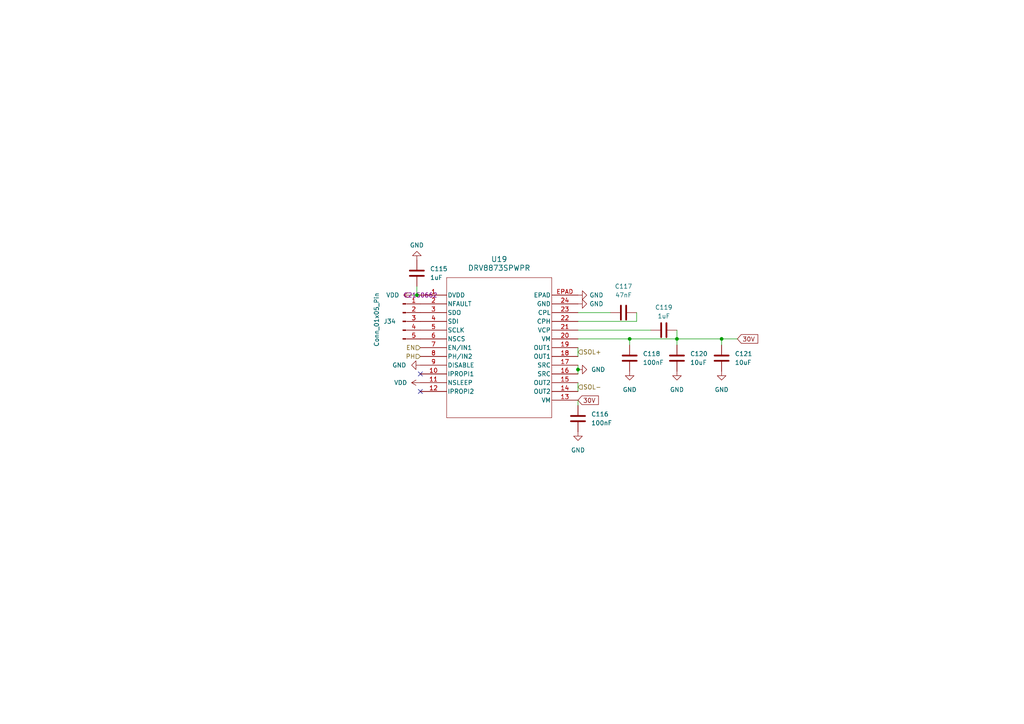
<source format=kicad_sch>
(kicad_sch (version 20250114) (generator "eeschema") (generator_version "9.0")
  (paper "A4")
  (lib_symbols
    (symbol "2025-01-27_00-31-49:DRV8873SPWPR" (pin_names (offset 0.254))
      (property "Reference" "U3" (at 22.86 10.414 0))
      (property "Value" "DRV8873SPWPR" (at 22.86 7.874 0))
      (symbol "DRV8873SPWPR_0_1"
        (polyline (pts (xy 7.62 5.08) (xy 7.62 -35.56)) (stroke (width 0.127)))
        (polyline (pts (xy 7.62 -35.56) (xy 38.1 -35.56)) (stroke (width 0.127)))
        (polyline (pts (xy 38.1 5.08) (xy 7.62 5.08)) (stroke (width 0.127)))
        (polyline (pts (xy 38.1 -35.56) (xy 38.1 5.08)) (stroke (width 0.127)))
        (pin power_in line (at 0 0 0) (length 7.62) (name "DVDD") (number "1"))
        (pin output line (at 0 -2.54 0) (length 7.62) (name "NFAULT") (number "2"))
        (pin output line (at 0 -5.08 0) (length 7.62) (name "SDO") (number "3"))
        (pin input line (at 0 -7.62 0) (length 7.62) (name "SDI") (number "4"))
        (pin input line (at 0 -10.16 0) (length 7.62) (name "SCLK") (number "5"))
        (pin input line (at 0 -12.7 0) (length 7.62) (name "NSCS") (number "6"))
        (pin input line (at 0 -15.24 0) (length 7.62) (name "EN/IN1") (number "7"))
        (pin input line (at 0 -17.78 0) (length 7.62) (name "PH/IN2") (number "8"))
        (pin input line (at 0 -20.32 0) (length 7.62) (name "DISABLE") (number "9"))
        (pin output line (at 0 -22.86 0) (length 7.62) (name "IPROPI1") (number "10"))
        (pin input line (at 0 -25.4 0) (length 7.62) (name "NSLEEP") (number "11"))
        (pin output line (at 0 -27.94 0) (length 7.62) (name "IPROPI2") (number "12"))
        (pin power_in line (at 45.72 -2.54 180) (length 7.62) (name "GND") (number "24"))
        (pin unspecified line (at 45.72 -5.08 180) (length 7.62) (name "CPL") (number "23"))
        (pin unspecified line (at 45.72 -7.62 180) (length 7.62) (name "CPH") (number "22"))
        (pin power_in line (at 45.72 -10.16 180) (length 7.62) (name "VCP") (number "21"))
        (pin power_in line (at 45.72 -12.7 180) (length 7.62) (name "VM") (number "20"))
        (pin output line (at 45.72 -15.24 180) (length 7.62) (name "OUT1") (number "19"))
        (pin output line (at 45.72 -17.78 180) (length 7.62) (name "OUT1") (number "18"))
        (pin output line (at 45.72 -20.32 180) (length 7.62) (name "SRC") (number "17"))
        (pin output line (at 45.72 -22.86 180) (length 7.62) (name "SRC") (number "16"))
        (pin output line (at 45.72 -25.4 180) (length 7.62) (name "OUT2") (number "15"))
        (pin output line (at 45.72 -27.94 180) (length 7.62) (name "OUT2") (number "14"))
        (pin power_in line (at 45.72 -30.48 180) (length 7.62) (name "VM") (number "13"))
      )
      (symbol "DRV8873SPWPR_1_1"
        (pin unspecified line (at 45.72 0 180) (length 7.62) (name "EPAD") (number "EPAD"))
      )
    )
    (symbol "Connector:Conn_01x05_Pin" (pin_names (offset 1.016) (hide yes))
      (property "Reference" "J" (at 0 7.62 0))
      (property "Value" "Conn_01x05_Pin" (at 0 -7.62 0))
      (symbol "Conn_01x05_Pin_1_1"
        (rectangle (start 0.8636 5.207) (end 0 4.953) (stroke (width 0.1524)) (fill (type outline)))
        (rectangle (start 0.8636 2.667) (end 0 2.413) (stroke (width 0.1524)) (fill (type outline)))
        (rectangle (start 0.8636 0.127) (end 0 -0.127) (stroke (width 0.1524)) (fill (type outline)))
        (rectangle (start 0.8636 -2.413) (end 0 -2.667) (stroke (width 0.1524)) (fill (type outline)))
        (rectangle (start 0.8636 -4.953) (end 0 -5.207) (stroke (width 0.1524)) (fill (type outline)))
        (polyline (pts (xy 1.27 5.08) (xy 0.8636 5.08)) (stroke (width 0.1524)))
        (polyline (pts (xy 1.27 2.54) (xy 0.8636 2.54)) (stroke (width 0.1524)))
        (polyline (pts (xy 1.27 0) (xy 0.8636 0)) (stroke (width 0.1524)))
        (polyline (pts (xy 1.27 -2.54) (xy 0.8636 -2.54)) (stroke (width 0.1524)))
        (polyline (pts (xy 1.27 -5.08) (xy 0.8636 -5.08)) (stroke (width 0.1524)))
        (pin passive line (at 5.08 5.08 180) (length 3.81) (name "Pin_1") (number "1"))
        (pin passive line (at 5.08 2.54 180) (length 3.81) (name "Pin_2") (number "2"))
        (pin passive line (at 5.08 0 180) (length 3.81) (name "Pin_3") (number "3"))
        (pin passive line (at 5.08 -2.54 180) (length 3.81) (name "Pin_4") (number "4"))
        (pin passive line (at 5.08 -5.08 180) (length 3.81) (name "Pin_5") (number "5"))
      )
    )
    (symbol "Device:C" (pin_numbers (hide yes)) (pin_names (offset 0.254))
      (property "Reference" "C" (at 0.635 2.54 0))
      (property "Value" "C" (at 0.635 -2.54 0))
      (symbol "C_0_1"
        (polyline (pts (xy -2.032 0.762) (xy 2.032 0.762)) (stroke (width 0.508)))
        (polyline (pts (xy -2.032 -0.762) (xy 2.032 -0.762)) (stroke (width 0.508)))
      )
      (symbol "C_1_1"
        (pin passive line (at 0 3.81 270) (length 2.794) (name "~") (number "1"))
        (pin passive line (at 0 -3.81 90) (length 2.794) (name "~") (number "2"))
      )
    )
    (symbol "power:GND" (power) (pin_names (offset 0))
      (property "Value" "GND" (at 0 -3.81 0))
      (symbol "GND_0_1"
        (polyline (pts (xy 0 0) (xy 0 -1.27) (xy 1.27 -1.27) (xy 0 -2.54) (xy -1.27 -1.27) (xy 0 -1.27)))
      )
      (symbol "GND_1_1"
        (pin power_in line (at 0 0 270) (length 0) (hide yes) (name "GND") (number "1"))
      )
    )
    (symbol "power:VDD" (power) (pin_names (offset 0))
      (property "Value" "VDD" (at 0 3.81 0))
      (symbol "VDD_0_1"
        (polyline (pts (xy -0.762 1.27) (xy 0 2.54)))
        (polyline (pts (xy 0 2.54) (xy 0.762 1.27)))
        (polyline (pts (xy 0 0) (xy 0 2.54)))
      )
      (symbol "VDD_1_1"
        (pin power_in line (at 0 0 90) (length 0) (hide yes) (name "VDD") (number "1"))
      )
    )
  )
  (junction (at 182.626 98.298))
  (junction (at 167.64 107.188))
  (junction (at 196.342 98.298))
  (junction (at 120.904 85.598))
  (junction (at 209.296 98.298))
  (no_connect (at 121.92 108.458))
  (no_connect (at 121.92 113.538))
  (wire (pts (xy 119.634 85.598) (xy 120.904 85.598)))
  (wire (pts (xy 167.64 100.838) (xy 167.64 103.378)))
  (wire (pts (xy 196.342 98.298) (xy 209.296 98.298)))
  (wire (pts (xy 196.342 100.076) (xy 196.342 98.298)))
  (wire (pts (xy 120.904 85.598) (xy 121.92 85.598)))
  (wire (pts (xy 209.296 100.076) (xy 209.296 98.298)))
  (wire (pts (xy 167.64 107.188) (xy 167.64 108.458)))
  (wire (pts (xy 196.342 95.758) (xy 196.342 98.298)))
  (wire (pts (xy 213.868 98.298) (xy 209.296 98.298)))
  (wire (pts (xy 167.64 110.998) (xy 167.64 113.538)))
  (wire (pts (xy 167.64 105.918) (xy 167.64 107.188)))
  (wire (pts (xy 182.626 98.298) (xy 196.342 98.298)))
  (wire (pts (xy 182.626 100.076) (xy 182.626 98.298)))
  (wire (pts (xy 167.64 93.218) (xy 184.658 93.218)))
  (wire (pts (xy 167.64 117.602) (xy 167.64 116.078)))
  (wire (pts (xy 167.64 95.758) (xy 188.722 95.758)))
  (wire (pts (xy 177.038 90.678) (xy 167.64 90.678)))
  (wire (pts (xy 184.658 93.218) (xy 184.658 90.678)))
  (wire (pts (xy 167.64 98.298) (xy 182.626 98.298)))
  (wire (pts (xy 120.904 83.058) (xy 120.904 85.598)))
  (global_label "30V" (shape input) (at 167.64 116.078 0) (property "Intersheetrefs" "${INTERSHEET_REFS}" (effects (hide yes))))
  (global_label "30V" (shape input) (at 213.868 98.298 0) (property "Intersheetrefs" "${INTERSHEET_REFS}" (effects (hide yes))))
  (hierarchical_label "PH" (shape input) (at 121.92 103.378 180))
  (hierarchical_label "EN" (shape input) (at 121.92 100.838 180))
  (hierarchical_label "SOL+" (shape input) (at 167.64 102.108 0))
  (hierarchical_label "SOL-" (shape input) (at 167.64 112.268 0))
  (symbol (lib_id "Connector:Conn_01x05_Pin") (at 116.84 93.218 0) (unit 1)
    (property "Reference" "J3" (at 113.03 93.218 0))
    (property "Value" "Conn_01x05_Pin" (at 109.22 92.71 90))
    (property "Footprint" "Connector_PinHeader_2.54mm:PinHeader_1x05_P2.54mm_Vertical" (effects (hide yes)))
    (instances (project "Lattice Solenoid Driver" (path "" (reference "J34") (unit 1)) (path "" (reference "J17") (unit 1)) (path "" (reference "J13") (unit 1)) (path "" (reference "J18") (unit 1)) (path "" (reference "J10") (unit 1)) (path "" (reference "J15") (unit 1)) (path "" (reference "J19") (unit 1)) (path "" (reference "J11") (unit 1)) (path "" (reference "J7") (unit 1)) (path "" (reference "J12") (unit 1)) (path "" (reference "J3") (unit 1)) (path "" (reference "J16") (unit 1)) (path "" (reference "J8") (unit 1)) (path "" (reference "J6") (unit 1)) (path "" (reference "J14") (unit 1)) (path "" (reference "J9") (unit 1)) (path "" (reference "J4") (unit 1))))
  )
  (symbol (lib_id "power:GND") (at 167.64 85.598 90) (unit 1)
    (property "Reference" "#PWR028" (effects (hide yes)))
    (property "Value" "GND" (at 170.942 85.598 90) (effects (justify right)))
    (instances (project "Lattice Solenoid Driver" (path "" (reference "#PWR0204") (unit 1)) (path "" (reference "#PWR0171") (unit 1)) (path "" (reference "#PWR0127") (unit 1)) (path "" (reference "#PWR0182") (unit 1)) (path "" (reference "#PWR094") (unit 1)) (path "" (reference "#PWR0149") (unit 1)) (path "" (reference "#PWR0193") (unit 1)) (path "" (reference "#PWR0105") (unit 1)) (path "" (reference "#PWR061") (unit 1)) (path "" (reference "#PWR0116") (unit 1)) (path "" (reference "#PWR028") (unit 1)) (path "" (reference "#PWR0160") (unit 1)) (path "" (reference "#PWR072") (unit 1)) (path "" (reference "#PWR050") (unit 1)) (path "" (reference "#PWR0138") (unit 1)) (path "" (reference "#PWR083") (unit 1)) (path "" (reference "#PWR039") (unit 1))))
  )
  (symbol (lib_id "Device:C") (at 196.342 103.886 0) (unit 1)
    (property "Reference" "C8" (at 200.152 102.616 0) (effects (justify left)))
    (property "Value" "10uF" (at 200.152 105.156 0) (effects (justify left)))
    (property "Footprint" "Capacitor_SMD:C_0805_2012Metric" (effects (hide yes)))
    (property "Part #" "GRM21BR61H106KE43L" (effects (hide yes)))
    (instances (project "Lattice Solenoid Driver" (path "" (reference "C120") (unit 1)) (path "" (reference "C99") (unit 1)) (path "" (reference "C71") (unit 1)) (path "" (reference "C106") (unit 1)) (path "" (reference "C50") (unit 1)) (path "" (reference "C85") (unit 1)) (path "" (reference "C113") (unit 1)) (path "" (reference "C57") (unit 1)) (path "" (reference "C29") (unit 1)) (path "" (reference "C64") (unit 1)) (path "" (reference "C8") (unit 1)) (path "" (reference "C92") (unit 1)) (path "" (reference "C36") (unit 1)) (path "" (reference "C22") (unit 1)) (path "" (reference "C78") (unit 1)) (path "" (reference "C43") (unit 1)) (path "" (reference "C15") (unit 1))))
  )
  (symbol (lib_id "Device:C") (at 180.848 90.678 90) (unit 1)
    (property "Reference" "C5" (at 180.848 83.058 90))
    (property "Value" "47nF" (at 180.848 85.598 90))
    (property "Footprint" "Capacitor_SMD:C_0805_2012Metric" (effects (hide yes)))
    (property "Part #" "CL21B473KBCNNNC" (effects (hide yes)))
    (instances (project "Lattice Solenoid Driver" (path "" (reference "C117") (unit 1)) (path "" (reference "C96") (unit 1)) (path "" (reference "C68") (unit 1)) (path "" (reference "C103") (unit 1)) (path "" (reference "C47") (unit 1)) (path "" (reference "C82") (unit 1)) (path "" (reference "C110") (unit 1)) (path "" (reference "C54") (unit 1)) (path "" (reference "C26") (unit 1)) (path "" (reference "C61") (unit 1)) (path "" (reference "C5") (unit 1)) (path "" (reference "C89") (unit 1)) (path "" (reference "C33") (unit 1)) (path "" (reference "C19") (unit 1)) (path "" (reference "C75") (unit 1)) (path "" (reference "C40") (unit 1)) (path "" (reference "C12") (unit 1))))
  )
  (symbol (lib_id "power:VDD") (at 121.92 110.998 90) (unit 1)
    (property "Reference" "#PWR027" (effects (hide yes)))
    (property "Value" "VDD" (at 118.11 110.998 90) (effects (justify left)))
    (instances (project "Lattice Solenoid Driver" (path "" (reference "#PWR0203") (unit 1)) (path "" (reference "#PWR0170") (unit 1)) (path "" (reference "#PWR0126") (unit 1)) (path "" (reference "#PWR0181") (unit 1)) (path "" (reference "#PWR093") (unit 1)) (path "" (reference "#PWR0148") (unit 1)) (path "" (reference "#PWR0192") (unit 1)) (path "" (reference "#PWR0104") (unit 1)) (path "" (reference "#PWR060") (unit 1)) (path "" (reference "#PWR0115") (unit 1)) (path "" (reference "#PWR027") (unit 1)) (path "" (reference "#PWR0159") (unit 1)) (path "" (reference "#PWR071") (unit 1)) (path "" (reference "#PWR049") (unit 1)) (path "" (reference "#PWR0137") (unit 1)) (path "" (reference "#PWR082") (unit 1)) (path "" (reference "#PWR038") (unit 1))))
  )
  (symbol (lib_id "Device:C") (at 192.532 95.758 90) (unit 1)
    (property "Reference" "C7" (at 192.532 89.154 90))
    (property "Value" "1uF" (at 192.532 91.694 90))
    (property "Footprint" "Capacitor_SMD:C_0805_2012Metric" (effects (hide yes)))
    (property "Part #" "CL21B105KBFNNNE" (effects (hide yes)))
    (instances (project "Lattice Solenoid Driver" (path "" (reference "C119") (unit 1)) (path "" (reference "C98") (unit 1)) (path "" (reference "C70") (unit 1)) (path "" (reference "C105") (unit 1)) (path "" (reference "C49") (unit 1)) (path "" (reference "C84") (unit 1)) (path "" (reference "C112") (unit 1)) (path "" (reference "C56") (unit 1)) (path "" (reference "C28") (unit 1)) (path "" (reference "C63") (unit 1)) (path "" (reference "C7") (unit 1)) (path "" (reference "C91") (unit 1)) (path "" (reference "C35") (unit 1)) (path "" (reference "C21") (unit 1)) (path "" (reference "C77") (unit 1)) (path "" (reference "C42") (unit 1)) (path "" (reference "C14") (unit 1))))
  )
  (symbol (lib_id "power:VDD") (at 119.634 85.598 90) (unit 1)
    (property "Reference" "#PWR024" (effects (hide yes)))
    (property "Value" "VDD" (at 115.824 85.598 90) (effects (justify left)))
    (instances (project "Lattice Solenoid Driver" (path "" (reference "#PWR0200") (unit 1)) (path "" (reference "#PWR0167") (unit 1)) (path "" (reference "#PWR0123") (unit 1)) (path "" (reference "#PWR0178") (unit 1)) (path "" (reference "#PWR090") (unit 1)) (path "" (reference "#PWR0145") (unit 1)) (path "" (reference "#PWR0189") (unit 1)) (path "" (reference "#PWR0101") (unit 1)) (path "" (reference "#PWR057") (unit 1)) (path "" (reference "#PWR0112") (unit 1)) (path "" (reference "#PWR024") (unit 1)) (path "" (reference "#PWR0156") (unit 1)) (path "" (reference "#PWR068") (unit 1)) (path "" (reference "#PWR046") (unit 1)) (path "" (reference "#PWR0134") (unit 1)) (path "" (reference "#PWR079") (unit 1)) (path "" (reference "#PWR035") (unit 1))))
  )
  (symbol (lib_id "2025-01-27_00-31-49:DRV8873SPWPR") (at 121.92 85.598 0) (unit 1)
    (property "Reference" "U3" (at 144.78 75.184 0) (effects (font (size 1.524 1.524))))
    (property "Value" "DRV8873SPWPR" (at 144.78 77.724 0) (effects (font (size 1.524 1.524))))
    (property "Footprint" "KiCADv6:PWP24_TEX" (effects (hide yes)))
    (property "Datasheet" "DRV8873SPWPR" (effects (hide yes)))
    (property "Part #" "C2150662" (at 121.92 85.598 0))
    (instances (project "Lattice Solenoid Driver" (path "" (reference "U19") (unit 1)) (path "" (reference "U16") (unit 1)) (path "" (reference "U12") (unit 1)) (path "" (reference "U17") (unit 1)) (path "" (reference "U9") (unit 1)) (path "" (reference "U14") (unit 1)) (path "" (reference "U18") (unit 1)) (path "" (reference "U10") (unit 1)) (path "" (reference "U6") (unit 1)) (path "" (reference "U11") (unit 1)) (path "" (reference "U3") (unit 1)) (path "" (reference "U15") (unit 1)) (path "" (reference "U7") (unit 1)) (path "" (reference "U5") (unit 1)) (path "" (reference "U13") (unit 1)) (path "" (reference "U8") (unit 1)) (path "" (reference "U4") (unit 1))))
  )
  (symbol (lib_id "power:GND") (at 167.64 88.138 90) (unit 1)
    (property "Reference" "#PWR029" (effects (hide yes)))
    (property "Value" "GND" (at 170.942 88.138 90) (effects (justify right)))
    (instances (project "Lattice Solenoid Driver" (path "" (reference "#PWR0205") (unit 1)) (path "" (reference "#PWR0172") (unit 1)) (path "" (reference "#PWR0128") (unit 1)) (path "" (reference "#PWR0183") (unit 1)) (path "" (reference "#PWR095") (unit 1)) (path "" (reference "#PWR0150") (unit 1)) (path "" (reference "#PWR0194") (unit 1)) (path "" (reference "#PWR0106") (unit 1)) (path "" (reference "#PWR062") (unit 1)) (path "" (reference "#PWR0117") (unit 1)) (path "" (reference "#PWR029") (unit 1)) (path "" (reference "#PWR0161") (unit 1)) (path "" (reference "#PWR073") (unit 1)) (path "" (reference "#PWR051") (unit 1)) (path "" (reference "#PWR0139") (unit 1)) (path "" (reference "#PWR084") (unit 1)) (path "" (reference "#PWR040") (unit 1))))
  )
  (symbol (lib_id "power:GND") (at 167.64 125.222 0) (unit 1)
    (property "Reference" "#PWR031" (effects (hide yes)))
    (property "Value" "GND" (at 167.64 130.556 0))
    (instances (project "Lattice Solenoid Driver" (path "" (reference "#PWR0207") (unit 1)) (path "" (reference "#PWR0174") (unit 1)) (path "" (reference "#PWR0130") (unit 1)) (path "" (reference "#PWR0185") (unit 1)) (path "" (reference "#PWR097") (unit 1)) (path "" (reference "#PWR0152") (unit 1)) (path "" (reference "#PWR0196") (unit 1)) (path "" (reference "#PWR0108") (unit 1)) (path "" (reference "#PWR064") (unit 1)) (path "" (reference "#PWR0119") (unit 1)) (path "" (reference "#PWR031") (unit 1)) (path "" (reference "#PWR0163") (unit 1)) (path "" (reference "#PWR075") (unit 1)) (path "" (reference "#PWR053") (unit 1)) (path "" (reference "#PWR0141") (unit 1)) (path "" (reference "#PWR086") (unit 1)) (path "" (reference "#PWR042") (unit 1))))
  )
  (symbol (lib_id "Device:C") (at 120.904 79.248 0) (unit 1)
    (property "Reference" "C3" (at 124.714 77.978 0) (effects (justify left)))
    (property "Value" "1uF" (at 124.714 80.518 0) (effects (justify left)))
    (property "Footprint" "Capacitor_SMD:C_0805_2012Metric" (effects (hide yes)))
    (property "Part #" "CL21B105KBFNNNE" (effects (hide yes)))
    (instances (project "Lattice Solenoid Driver" (path "" (reference "C115") (unit 1)) (path "" (reference "C94") (unit 1)) (path "" (reference "C66") (unit 1)) (path "" (reference "C101") (unit 1)) (path "" (reference "C45") (unit 1)) (path "" (reference "C80") (unit 1)) (path "" (reference "C108") (unit 1)) (path "" (reference "C52") (unit 1)) (path "" (reference "C24") (unit 1)) (path "" (reference "C59") (unit 1)) (path "" (reference "C3") (unit 1)) (path "" (reference "C87") (unit 1)) (path "" (reference "C31") (unit 1)) (path "" (reference "C17") (unit 1)) (path "" (reference "C73") (unit 1)) (path "" (reference "C38") (unit 1)) (path "" (reference "C10") (unit 1))))
  )
  (symbol (lib_id "Device:C") (at 182.626 103.886 0) (unit 1)
    (property "Reference" "C6" (at 186.436 102.616 0) (effects (justify left)))
    (property "Value" "100nF" (at 186.436 105.156 0) (effects (justify left)))
    (property "Footprint" "Capacitor_SMD:C_0805_2012Metric" (effects (hide yes)))
    (property "Part #" "CC0805KRX7R9BB104" (effects (hide yes)))
    (instances (project "Lattice Solenoid Driver" (path "" (reference "C118") (unit 1)) (path "" (reference "C97") (unit 1)) (path "" (reference "C69") (unit 1)) (path "" (reference "C104") (unit 1)) (path "" (reference "C48") (unit 1)) (path "" (reference "C83") (unit 1)) (path "" (reference "C111") (unit 1)) (path "" (reference "C55") (unit 1)) (path "" (reference "C27") (unit 1)) (path "" (reference "C62") (unit 1)) (path "" (reference "C6") (unit 1)) (path "" (reference "C90") (unit 1)) (path "" (reference "C34") (unit 1)) (path "" (reference "C20") (unit 1)) (path "" (reference "C76") (unit 1)) (path "" (reference "C41") (unit 1)) (path "" (reference "C13") (unit 1))))
  )
  (symbol (lib_id "Device:C") (at 209.296 103.886 0) (unit 1)
    (property "Reference" "C9" (at 213.106 102.616 0) (effects (justify left)))
    (property "Value" "10uF" (at 213.106 105.156 0) (effects (justify left)))
    (property "Footprint" "Capacitor_SMD:C_0805_2012Metric" (effects (hide yes)))
    (property "Part #" "GRM21BR61H106KE43L" (effects (hide yes)))
    (instances (project "Lattice Solenoid Driver" (path "" (reference "C121") (unit 1)) (path "" (reference "C100") (unit 1)) (path "" (reference "C72") (unit 1)) (path "" (reference "C107") (unit 1)) (path "" (reference "C51") (unit 1)) (path "" (reference "C86") (unit 1)) (path "" (reference "C114") (unit 1)) (path "" (reference "C58") (unit 1)) (path "" (reference "C30") (unit 1)) (path "" (reference "C65") (unit 1)) (path "" (reference "C9") (unit 1)) (path "" (reference "C93") (unit 1)) (path "" (reference "C37") (unit 1)) (path "" (reference "C23") (unit 1)) (path "" (reference "C79") (unit 1)) (path "" (reference "C44") (unit 1)) (path "" (reference "C16") (unit 1))))
  )
  (symbol (lib_id "power:GND") (at 121.92 105.918 270) (unit 1)
    (property "Reference" "#PWR026" (effects (hide yes)))
    (property "Value" "GND" (at 117.856 105.918 90) (effects (justify right)))
    (instances (project "Lattice Solenoid Driver" (path "" (reference "#PWR0202") (unit 1)) (path "" (reference "#PWR0169") (unit 1)) (path "" (reference "#PWR0125") (unit 1)) (path "" (reference "#PWR0180") (unit 1)) (path "" (reference "#PWR092") (unit 1)) (path "" (reference "#PWR0147") (unit 1)) (path "" (reference "#PWR0191") (unit 1)) (path "" (reference "#PWR0103") (unit 1)) (path "" (reference "#PWR059") (unit 1)) (path "" (reference "#PWR0114") (unit 1)) (path "" (reference "#PWR026") (unit 1)) (path "" (reference "#PWR0158") (unit 1)) (path "" (reference "#PWR070") (unit 1)) (path "" (reference "#PWR048") (unit 1)) (path "" (reference "#PWR0136") (unit 1)) (path "" (reference "#PWR081") (unit 1)) (path "" (reference "#PWR037") (unit 1))))
  )
  (symbol (lib_id "Device:C") (at 167.64 121.412 0) (unit 1)
    (property "Reference" "C4" (at 171.45 120.142 0) (effects (justify left)))
    (property "Value" "100nF" (at 171.45 122.682 0) (effects (justify left)))
    (property "Footprint" "Capacitor_SMD:C_0805_2012Metric" (effects (hide yes)))
    (property "Part #" "CC0805KRX7R9BB104" (effects (hide yes)))
    (instances (project "Lattice Solenoid Driver" (path "" (reference "C116") (unit 1)) (path "" (reference "C95") (unit 1)) (path "" (reference "C67") (unit 1)) (path "" (reference "C102") (unit 1)) (path "" (reference "C46") (unit 1)) (path "" (reference "C81") (unit 1)) (path "" (reference "C109") (unit 1)) (path "" (reference "C53") (unit 1)) (path "" (reference "C25") (unit 1)) (path "" (reference "C60") (unit 1)) (path "" (reference "C4") (unit 1)) (path "" (reference "C88") (unit 1)) (path "" (reference "C32") (unit 1)) (path "" (reference "C18") (unit 1)) (path "" (reference "C74") (unit 1)) (path "" (reference "C39") (unit 1)) (path "" (reference "C11") (unit 1))))
  )
  (symbol (lib_id "power:GND") (at 167.64 107.188 90) (unit 1)
    (property "Reference" "#PWR030" (effects (hide yes)))
    (property "Value" "GND" (at 171.45 107.188 90) (effects (justify right)))
    (instances (project "Lattice Solenoid Driver" (path "" (reference "#PWR0206") (unit 1)) (path "" (reference "#PWR0173") (unit 1)) (path "" (reference "#PWR0129") (unit 1)) (path "" (reference "#PWR0184") (unit 1)) (path "" (reference "#PWR096") (unit 1)) (path "" (reference "#PWR0151") (unit 1)) (path "" (reference "#PWR0195") (unit 1)) (path "" (reference "#PWR0107") (unit 1)) (path "" (reference "#PWR063") (unit 1)) (path "" (reference "#PWR0118") (unit 1)) (path "" (reference "#PWR030") (unit 1)) (path "" (reference "#PWR0162") (unit 1)) (path "" (reference "#PWR074") (unit 1)) (path "" (reference "#PWR052") (unit 1)) (path "" (reference "#PWR0140") (unit 1)) (path "" (reference "#PWR085") (unit 1)) (path "" (reference "#PWR041") (unit 1))))
  )
  (symbol (lib_id "power:GND") (at 196.342 107.696 0) (unit 1)
    (property "Reference" "#PWR033" (effects (hide yes)))
    (property "Value" "GND" (at 196.342 113.03 0))
    (instances (project "Lattice Solenoid Driver" (path "" (reference "#PWR0209") (unit 1)) (path "" (reference "#PWR0176") (unit 1)) (path "" (reference "#PWR0132") (unit 1)) (path "" (reference "#PWR0187") (unit 1)) (path "" (reference "#PWR099") (unit 1)) (path "" (reference "#PWR0154") (unit 1)) (path "" (reference "#PWR0198") (unit 1)) (path "" (reference "#PWR0110") (unit 1)) (path "" (reference "#PWR066") (unit 1)) (path "" (reference "#PWR0121") (unit 1)) (path "" (reference "#PWR033") (unit 1)) (path "" (reference "#PWR0165") (unit 1)) (path "" (reference "#PWR077") (unit 1)) (path "" (reference "#PWR055") (unit 1)) (path "" (reference "#PWR0143") (unit 1)) (path "" (reference "#PWR088") (unit 1)) (path "" (reference "#PWR044") (unit 1))))
  )
  (symbol (lib_id "power:GND") (at 182.626 107.696 0) (unit 1)
    (property "Reference" "#PWR032" (effects (hide yes)))
    (property "Value" "GND" (at 182.626 113.03 0))
    (instances (project "Lattice Solenoid Driver" (path "" (reference "#PWR0208") (unit 1)) (path "" (reference "#PWR0175") (unit 1)) (path "" (reference "#PWR0131") (unit 1)) (path "" (reference "#PWR0186") (unit 1)) (path "" (reference "#PWR098") (unit 1)) (path "" (reference "#PWR0153") (unit 1)) (path "" (reference "#PWR0197") (unit 1)) (path "" (reference "#PWR0109") (unit 1)) (path "" (reference "#PWR065") (unit 1)) (path "" (reference "#PWR0120") (unit 1)) (path "" (reference "#PWR032") (unit 1)) (path "" (reference "#PWR0164") (unit 1)) (path "" (reference "#PWR076") (unit 1)) (path "" (reference "#PWR054") (unit 1)) (path "" (reference "#PWR0142") (unit 1)) (path "" (reference "#PWR087") (unit 1)) (path "" (reference "#PWR043") (unit 1))))
  )
  (symbol (lib_id "power:GND") (at 120.904 75.438 180) (unit 1)
    (property "Reference" "#PWR025" (effects (hide yes)))
    (property "Value" "GND" (at 120.904 71.12 0))
    (instances (project "Lattice Solenoid Driver" (path "" (reference "#PWR0201") (unit 1)) (path "" (reference "#PWR0168") (unit 1)) (path "" (reference "#PWR0124") (unit 1)) (path "" (reference "#PWR0179") (unit 1)) (path "" (reference "#PWR091") (unit 1)) (path "" (reference "#PWR0146") (unit 1)) (path "" (reference "#PWR0190") (unit 1)) (path "" (reference "#PWR0102") (unit 1)) (path "" (reference "#PWR058") (unit 1)) (path "" (reference "#PWR0113") (unit 1)) (path "" (reference "#PWR025") (unit 1)) (path "" (reference "#PWR0157") (unit 1)) (path "" (reference "#PWR069") (unit 1)) (path "" (reference "#PWR047") (unit 1)) (path "" (reference "#PWR0135") (unit 1)) (path "" (reference "#PWR080") (unit 1)) (path "" (reference "#PWR036") (unit 1))))
  )
  (symbol (lib_id "power:GND") (at 209.296 107.696 0) (unit 1)
    (property "Reference" "#PWR034" (effects (hide yes)))
    (property "Value" "GND" (at 209.296 113.03 0))
    (instances (project "Lattice Solenoid Driver" (path "" (reference "#PWR0210") (unit 1)) (path "" (reference "#PWR0177") (unit 1)) (path "" (reference "#PWR0133") (unit 1)) (path "" (reference "#PWR0188") (unit 1)) (path "" (reference "#PWR0100") (unit 1)) (path "" (reference "#PWR0155") (unit 1)) (path "" (reference "#PWR0199") (unit 1)) (path "" (reference "#PWR0111") (unit 1)) (path "" (reference "#PWR067") (unit 1)) (path "" (reference "#PWR0122") (unit 1)) (path "" (reference "#PWR034") (unit 1)) (path "" (reference "#PWR0166") (unit 1)) (path "" (reference "#PWR078") (unit 1)) (path "" (reference "#PWR056") (unit 1)) (path "" (reference "#PWR0144") (unit 1)) (path "" (reference "#PWR089") (unit 1)) (path "" (reference "#PWR045") (unit 1))))
  )
)
</source>
